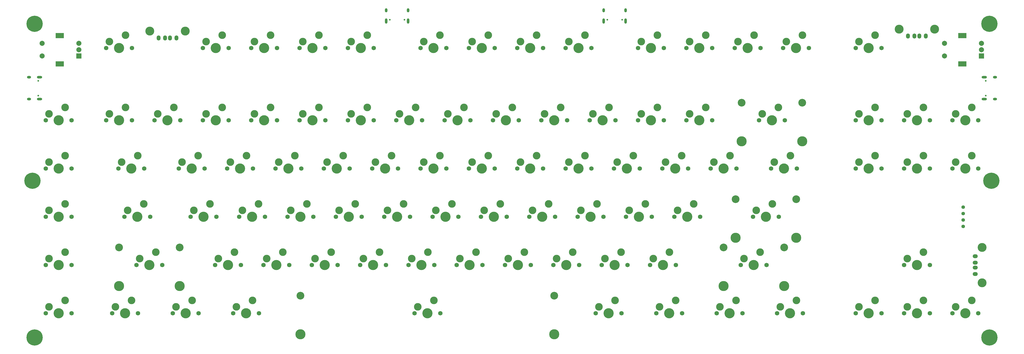
<source format=gts>
%TF.GenerationSoftware,KiCad,Pcbnew,(5.1.10)-1*%
%TF.CreationDate,2021-10-11T22:19:29-04:00*%
%TF.ProjectId,custom_keyboard,63757374-6f6d-45f6-9b65-79626f617264,rev?*%
%TF.SameCoordinates,Original*%
%TF.FileFunction,Soldermask,Top*%
%TF.FilePolarity,Negative*%
%FSLAX46Y46*%
G04 Gerber Fmt 4.6, Leading zero omitted, Abs format (unit mm)*
G04 Created by KiCad (PCBNEW (5.1.10)-1) date 2021-10-11 22:19:29*
%MOMM*%
%LPD*%
G01*
G04 APERTURE LIST*
%ADD10R,2.000000X2.000000*%
%ADD11C,2.000000*%
%ADD12R,3.200000X2.000000*%
%ADD13C,0.650000*%
%ADD14O,1.000000X2.100000*%
%ADD15O,1.000000X1.600000*%
%ADD16C,3.500000*%
%ADD17O,1.500000X2.000000*%
%ADD18O,2.000000X1.500000*%
%ADD19O,2.100000X1.000000*%
%ADD20O,1.600000X1.000000*%
%ADD21C,1.397000*%
%ADD22C,3.000000*%
%ADD23C,1.750000*%
%ADD24C,4.000000*%
%ADD25C,3.048000*%
%ADD26C,3.987800*%
%ADD27C,6.400000*%
G04 APERTURE END LIST*
D10*
%TO.C,ROT1*%
X156358900Y-192075400D03*
D11*
X156358900Y-189575400D03*
X156358900Y-187075400D03*
D12*
X148858900Y-195175400D03*
X148858900Y-183975400D03*
D11*
X141858900Y-192075400D03*
X141858900Y-187075400D03*
%TD*%
D10*
%TO.C,ROT2*%
X511936500Y-192075400D03*
D11*
X511936500Y-189575400D03*
X511936500Y-187075400D03*
D12*
X504436500Y-195175400D03*
X504436500Y-183975400D03*
D11*
X497436500Y-192075400D03*
X497436500Y-187075400D03*
%TD*%
D13*
%TO.C,USB1*%
X284653500Y-177689200D03*
X278873500Y-177689200D03*
D14*
X277443500Y-178219200D03*
X286083500Y-178219200D03*
D15*
X277443500Y-174039200D03*
X286083500Y-174039200D03*
%TD*%
D16*
%TO.C,USB6*%
X479538100Y-181428400D03*
D17*
X490038100Y-184138400D03*
X487538100Y-184138400D03*
X485538100Y-184138400D03*
D16*
X493538100Y-181428400D03*
D17*
X483038100Y-184138400D03*
%TD*%
D16*
%TO.C,USB3*%
X184281700Y-182222100D03*
D17*
X194781700Y-184932100D03*
X192281700Y-184932100D03*
X190281700Y-184932100D03*
D16*
X198281700Y-182222100D03*
D17*
X187781700Y-184932100D03*
%TD*%
D16*
%TO.C,USB4*%
X512265400Y-267620200D03*
D18*
X509555400Y-278120200D03*
X509555400Y-275620200D03*
X509555400Y-273620200D03*
D16*
X512265400Y-281620200D03*
D18*
X509555400Y-271120200D03*
%TD*%
D13*
%TO.C,USB7*%
X513623500Y-207664600D03*
X513623500Y-201884600D03*
D19*
X513093500Y-200454600D03*
X513093500Y-209094600D03*
D20*
X517273500Y-200454600D03*
X517273500Y-209094600D03*
%TD*%
D13*
%TO.C,USB2*%
X140385300Y-201884600D03*
X140385300Y-207664600D03*
D19*
X140915300Y-209094600D03*
X140915300Y-200454600D03*
D20*
X136735300Y-209094600D03*
X136735300Y-200454600D03*
%TD*%
D13*
%TO.C,USB5*%
X370373100Y-177689200D03*
X364593100Y-177689200D03*
D14*
X363163100Y-178219200D03*
X371803100Y-178219200D03*
D15*
X363163100Y-174039200D03*
X371803100Y-174039200D03*
%TD*%
D21*
%TO.C,OL1*%
X504793200Y-259381400D03*
X504793200Y-256841400D03*
X504793200Y-254301400D03*
X504793200Y-251761400D03*
%TD*%
D22*
%TO.C,MX1*%
X174772900Y-183820600D03*
X168422900Y-186360600D03*
D23*
X177312900Y-188900600D03*
X167152900Y-188900600D03*
D24*
X172232900Y-188900600D03*
%TD*%
D22*
%TO.C,MX2*%
X212870500Y-183820600D03*
X206520500Y-186360600D03*
D23*
X215410500Y-188900600D03*
X205250500Y-188900600D03*
D24*
X210330500Y-188900600D03*
%TD*%
D22*
%TO.C,MX3*%
X231919300Y-183820600D03*
X225569300Y-186360600D03*
D23*
X234459300Y-188900600D03*
X224299300Y-188900600D03*
D24*
X229379300Y-188900600D03*
%TD*%
D22*
%TO.C,MX4*%
X250968100Y-183820600D03*
X244618100Y-186360600D03*
D23*
X253508100Y-188900600D03*
X243348100Y-188900600D03*
D24*
X248428100Y-188900600D03*
%TD*%
D22*
%TO.C,MX5*%
X270016900Y-183820600D03*
X263666900Y-186360600D03*
D23*
X272556900Y-188900600D03*
X262396900Y-188900600D03*
D24*
X267476900Y-188900600D03*
%TD*%
D22*
%TO.C,MX6*%
X298590100Y-183820600D03*
X292240100Y-186360600D03*
D23*
X301130100Y-188900600D03*
X290970100Y-188900600D03*
D24*
X296050100Y-188900600D03*
%TD*%
D22*
%TO.C,MX7*%
X317638900Y-183820600D03*
X311288900Y-186360600D03*
D23*
X320178900Y-188900600D03*
X310018900Y-188900600D03*
D24*
X315098900Y-188900600D03*
%TD*%
D22*
%TO.C,MX8*%
X336687700Y-183820600D03*
X330337700Y-186360600D03*
D23*
X339227700Y-188900600D03*
X329067700Y-188900600D03*
D24*
X334147700Y-188900600D03*
%TD*%
D22*
%TO.C,MX9*%
X355736500Y-183820600D03*
X349386500Y-186360600D03*
D23*
X358276500Y-188900600D03*
X348116500Y-188900600D03*
D24*
X353196500Y-188900600D03*
%TD*%
D22*
%TO.C,MX10*%
X384309700Y-183820600D03*
X377959700Y-186360600D03*
D23*
X386849700Y-188900600D03*
X376689700Y-188900600D03*
D24*
X381769700Y-188900600D03*
%TD*%
D22*
%TO.C,MX11*%
X403358500Y-183820600D03*
X397008500Y-186360600D03*
D23*
X405898500Y-188900600D03*
X395738500Y-188900600D03*
D24*
X400818500Y-188900600D03*
%TD*%
D22*
%TO.C,MX12*%
X422407300Y-183820600D03*
X416057300Y-186360600D03*
D23*
X424947300Y-188900600D03*
X414787300Y-188900600D03*
D24*
X419867300Y-188900600D03*
%TD*%
D22*
%TO.C,MX13*%
X441456100Y-183820600D03*
X435106100Y-186360600D03*
D23*
X443996100Y-188900600D03*
X433836100Y-188900600D03*
D24*
X438916100Y-188900600D03*
%TD*%
D22*
%TO.C,MX14*%
X470029300Y-183820600D03*
X463679300Y-186360600D03*
D23*
X472569300Y-188900600D03*
X462409300Y-188900600D03*
D24*
X467489300Y-188900600D03*
%TD*%
D22*
%TO.C,MX15*%
X150961900Y-212393800D03*
X144611900Y-214933800D03*
D23*
X153501900Y-217473800D03*
X143341900Y-217473800D03*
D24*
X148421900Y-217473800D03*
%TD*%
D22*
%TO.C,MX16*%
X174772900Y-212393800D03*
X168422900Y-214933800D03*
D23*
X177312900Y-217473800D03*
X167152900Y-217473800D03*
D24*
X172232900Y-217473800D03*
%TD*%
D22*
%TO.C,MX17*%
X193821700Y-212393800D03*
X187471700Y-214933800D03*
D23*
X196361700Y-217473800D03*
X186201700Y-217473800D03*
D24*
X191281700Y-217473800D03*
%TD*%
D22*
%TO.C,MX18*%
X212870500Y-212393800D03*
X206520500Y-214933800D03*
D23*
X215410500Y-217473800D03*
X205250500Y-217473800D03*
D24*
X210330500Y-217473800D03*
%TD*%
D22*
%TO.C,MX19*%
X231919300Y-212393800D03*
X225569300Y-214933800D03*
D23*
X234459300Y-217473800D03*
X224299300Y-217473800D03*
D24*
X229379300Y-217473800D03*
%TD*%
D22*
%TO.C,MX20*%
X250968100Y-212393800D03*
X244618100Y-214933800D03*
D23*
X253508100Y-217473800D03*
X243348100Y-217473800D03*
D24*
X248428100Y-217473800D03*
%TD*%
D22*
%TO.C,MX21*%
X270016900Y-212393800D03*
X263666900Y-214933800D03*
D23*
X272556900Y-217473800D03*
X262396900Y-217473800D03*
D24*
X267476900Y-217473800D03*
%TD*%
D22*
%TO.C,MX22*%
X289065700Y-212393800D03*
X282715700Y-214933800D03*
D23*
X291605700Y-217473800D03*
X281445700Y-217473800D03*
D24*
X286525700Y-217473800D03*
%TD*%
D22*
%TO.C,MX23*%
X308114500Y-212393800D03*
X301764500Y-214933800D03*
D23*
X310654500Y-217473800D03*
X300494500Y-217473800D03*
D24*
X305574500Y-217473800D03*
%TD*%
D22*
%TO.C,MX24*%
X327163300Y-212393800D03*
X320813300Y-214933800D03*
D23*
X329703300Y-217473800D03*
X319543300Y-217473800D03*
D24*
X324623300Y-217473800D03*
%TD*%
D22*
%TO.C,MX25*%
X346212100Y-212393800D03*
X339862100Y-214933800D03*
D23*
X348752100Y-217473800D03*
X338592100Y-217473800D03*
D24*
X343672100Y-217473800D03*
%TD*%
D22*
%TO.C,MX26*%
X365260900Y-212393800D03*
X358910900Y-214933800D03*
D23*
X367800900Y-217473800D03*
X357640900Y-217473800D03*
D24*
X362720900Y-217473800D03*
%TD*%
D22*
%TO.C,MX27*%
X384309700Y-212393800D03*
X377959700Y-214933800D03*
D23*
X386849700Y-217473800D03*
X376689700Y-217473800D03*
D24*
X381769700Y-217473800D03*
%TD*%
D22*
%TO.C,MX28*%
X403358500Y-212393800D03*
X397008500Y-214933800D03*
D23*
X405898500Y-217473800D03*
X395738500Y-217473800D03*
D24*
X400818500Y-217473800D03*
%TD*%
D25*
%TO.C,MX29*%
X441329700Y-210488800D03*
D26*
X441329700Y-225728800D03*
X417453700Y-225728800D03*
D25*
X417453700Y-210488800D03*
D22*
X431931700Y-212393800D03*
X425581700Y-214933800D03*
D23*
X434471700Y-217473800D03*
X424311700Y-217473800D03*
D24*
X429391700Y-217473800D03*
%TD*%
D22*
%TO.C,MX30*%
X470029300Y-212393800D03*
X463679300Y-214933800D03*
D23*
X472569300Y-217473800D03*
X462409300Y-217473800D03*
D24*
X467489300Y-217473800D03*
%TD*%
D22*
%TO.C,MX31*%
X489078100Y-212393800D03*
X482728100Y-214933800D03*
D23*
X491618100Y-217473800D03*
X481458100Y-217473800D03*
D24*
X486538100Y-217473800D03*
%TD*%
D22*
%TO.C,MX32*%
X508126900Y-212393800D03*
X501776900Y-214933800D03*
D23*
X510666900Y-217473800D03*
X500506900Y-217473800D03*
D24*
X505586900Y-217473800D03*
%TD*%
D22*
%TO.C,MX33*%
X150961900Y-231442600D03*
X144611900Y-233982600D03*
D23*
X153501900Y-236522600D03*
X143341900Y-236522600D03*
D24*
X148421900Y-236522600D03*
%TD*%
D22*
%TO.C,MX34*%
X179535100Y-231442600D03*
X173185100Y-233982600D03*
D23*
X182075100Y-236522600D03*
X171915100Y-236522600D03*
D24*
X176995100Y-236522600D03*
%TD*%
D22*
%TO.C,MX35*%
X203346100Y-231442600D03*
X196996100Y-233982600D03*
D23*
X205886100Y-236522600D03*
X195726100Y-236522600D03*
D24*
X200806100Y-236522600D03*
%TD*%
D22*
%TO.C,MX36*%
X222394900Y-231442600D03*
X216044900Y-233982600D03*
D23*
X224934900Y-236522600D03*
X214774900Y-236522600D03*
D24*
X219854900Y-236522600D03*
%TD*%
D22*
%TO.C,MX37*%
X241443700Y-231442600D03*
X235093700Y-233982600D03*
D23*
X243983700Y-236522600D03*
X233823700Y-236522600D03*
D24*
X238903700Y-236522600D03*
%TD*%
D22*
%TO.C,MX38*%
X260492500Y-231442600D03*
X254142500Y-233982600D03*
D23*
X263032500Y-236522600D03*
X252872500Y-236522600D03*
D24*
X257952500Y-236522600D03*
%TD*%
D22*
%TO.C,MX39*%
X279541300Y-231442600D03*
X273191300Y-233982600D03*
D23*
X282081300Y-236522600D03*
X271921300Y-236522600D03*
D24*
X277001300Y-236522600D03*
%TD*%
D22*
%TO.C,MX40*%
X298590100Y-231442600D03*
X292240100Y-233982600D03*
D23*
X301130100Y-236522600D03*
X290970100Y-236522600D03*
D24*
X296050100Y-236522600D03*
%TD*%
D22*
%TO.C,MX41*%
X317638900Y-231442600D03*
X311288900Y-233982600D03*
D23*
X320178900Y-236522600D03*
X310018900Y-236522600D03*
D24*
X315098900Y-236522600D03*
%TD*%
D22*
%TO.C,MX42*%
X336687700Y-231442600D03*
X330337700Y-233982600D03*
D23*
X339227700Y-236522600D03*
X329067700Y-236522600D03*
D24*
X334147700Y-236522600D03*
%TD*%
D22*
%TO.C,MX43*%
X355736500Y-231442600D03*
X349386500Y-233982600D03*
D23*
X358276500Y-236522600D03*
X348116500Y-236522600D03*
D24*
X353196500Y-236522600D03*
%TD*%
D22*
%TO.C,MX45*%
X393834100Y-231442600D03*
X387484100Y-233982600D03*
D23*
X396374100Y-236522600D03*
X386214100Y-236522600D03*
D24*
X391294100Y-236522600D03*
%TD*%
D22*
%TO.C,MX46*%
X412882900Y-231442600D03*
X406532900Y-233982600D03*
D23*
X415422900Y-236522600D03*
X405262900Y-236522600D03*
D24*
X410342900Y-236522600D03*
%TD*%
D22*
%TO.C,MX48*%
X470029300Y-231442600D03*
X463679300Y-233982600D03*
D23*
X472569300Y-236522600D03*
X462409300Y-236522600D03*
D24*
X467489300Y-236522600D03*
%TD*%
D22*
%TO.C,MX49*%
X489078100Y-231442600D03*
X482728100Y-233982600D03*
D23*
X491618100Y-236522600D03*
X481458100Y-236522600D03*
D24*
X486538100Y-236522600D03*
%TD*%
D22*
%TO.C,MX51*%
X150961900Y-250491400D03*
X144611900Y-253031400D03*
D23*
X153501900Y-255571400D03*
X143341900Y-255571400D03*
D24*
X148421900Y-255571400D03*
%TD*%
D22*
%TO.C,MX52*%
X181916200Y-250491400D03*
X175566200Y-253031400D03*
D23*
X184456200Y-255571400D03*
X174296200Y-255571400D03*
D24*
X179376200Y-255571400D03*
%TD*%
D22*
%TO.C,MX53*%
X208050000Y-250491400D03*
X201700000Y-253031400D03*
D23*
X210590000Y-255571400D03*
X200430000Y-255571400D03*
D24*
X205510000Y-255571400D03*
%TD*%
D22*
%TO.C,MX54*%
X227157100Y-250491400D03*
X220807100Y-253031400D03*
D23*
X229697100Y-255571400D03*
X219537100Y-255571400D03*
D24*
X224617100Y-255571400D03*
%TD*%
D22*
%TO.C,MX55*%
X246205900Y-250491400D03*
X239855900Y-253031400D03*
D23*
X248745900Y-255571400D03*
X238585900Y-255571400D03*
D24*
X243665900Y-255571400D03*
%TD*%
D22*
%TO.C,MX56*%
X265254700Y-250491400D03*
X258904700Y-253031400D03*
D23*
X267794700Y-255571400D03*
X257634700Y-255571400D03*
D24*
X262714700Y-255571400D03*
%TD*%
D22*
%TO.C,MX57*%
X284303500Y-250491400D03*
X277953500Y-253031400D03*
D23*
X286843500Y-255571400D03*
X276683500Y-255571400D03*
D24*
X281763500Y-255571400D03*
%TD*%
D22*
%TO.C,MX59*%
X322401100Y-250491400D03*
X316051100Y-253031400D03*
D23*
X324941100Y-255571400D03*
X314781100Y-255571400D03*
D24*
X319861100Y-255571400D03*
%TD*%
D22*
%TO.C,MX60*%
X341449900Y-250491400D03*
X335099900Y-253031400D03*
D23*
X343989900Y-255571400D03*
X333829900Y-255571400D03*
D24*
X338909900Y-255571400D03*
%TD*%
D22*
%TO.C,MX61*%
X360498700Y-250491400D03*
X354148700Y-253031400D03*
D23*
X363038700Y-255571400D03*
X352878700Y-255571400D03*
D24*
X357958700Y-255571400D03*
%TD*%
D22*
%TO.C,MX63*%
X398596300Y-250491400D03*
X392246300Y-253031400D03*
D23*
X401136300Y-255571400D03*
X390976300Y-255571400D03*
D24*
X396056300Y-255571400D03*
%TD*%
D22*
%TO.C,MX65*%
X150961900Y-269540200D03*
X144611900Y-272080200D03*
D23*
X153501900Y-274620200D03*
X143341900Y-274620200D03*
D24*
X148421900Y-274620200D03*
%TD*%
D25*
%TO.C,MX66*%
X196076400Y-267635200D03*
X172200400Y-267635200D03*
D26*
X196076400Y-282875200D03*
X172200400Y-282875200D03*
D22*
X186678400Y-269540200D03*
X180328400Y-272080200D03*
D23*
X189218400Y-274620200D03*
X179058400Y-274620200D03*
D24*
X184138400Y-274620200D03*
%TD*%
D22*
%TO.C,MX67*%
X217632700Y-269540200D03*
X211282700Y-272080200D03*
D23*
X220172700Y-274620200D03*
X210012700Y-274620200D03*
D24*
X215092700Y-274620200D03*
%TD*%
D22*
%TO.C,MX68*%
X236681500Y-269540200D03*
X230331500Y-272080200D03*
D23*
X239221500Y-274620200D03*
X229061500Y-274620200D03*
D24*
X234141500Y-274620200D03*
%TD*%
D22*
%TO.C,MX69*%
X255730300Y-269540200D03*
X249380300Y-272080200D03*
D23*
X258270300Y-274620200D03*
X248110300Y-274620200D03*
D24*
X253190300Y-274620200D03*
%TD*%
D22*
%TO.C,MX70*%
X274779100Y-269540200D03*
X268429100Y-272080200D03*
D23*
X277319100Y-274620200D03*
X267159100Y-274620200D03*
D24*
X272239100Y-274620200D03*
%TD*%
D22*
%TO.C,MX71*%
X293827900Y-269540200D03*
X287477900Y-272080200D03*
D23*
X296367900Y-274620200D03*
X286207900Y-274620200D03*
D24*
X291287900Y-274620200D03*
%TD*%
D22*
%TO.C,MX72*%
X312876700Y-269540200D03*
X306526700Y-272080200D03*
D23*
X315416700Y-274620200D03*
X305256700Y-274620200D03*
D24*
X310336700Y-274620200D03*
%TD*%
D22*
%TO.C,MX73*%
X331925500Y-269540200D03*
X325575500Y-272080200D03*
D23*
X334465500Y-274620200D03*
X324305500Y-274620200D03*
D24*
X329385500Y-274620200D03*
%TD*%
D22*
%TO.C,MX74*%
X350974300Y-269540200D03*
X344624300Y-272080200D03*
D23*
X353514300Y-274620200D03*
X343354300Y-274620200D03*
D24*
X348434300Y-274620200D03*
%TD*%
D22*
%TO.C,MX75*%
X370023100Y-269540200D03*
X363673100Y-272080200D03*
D23*
X372563100Y-274620200D03*
X362403100Y-274620200D03*
D24*
X367483100Y-274620200D03*
%TD*%
D22*
%TO.C,MX76*%
X389071900Y-269540200D03*
X382721900Y-272080200D03*
D23*
X391611900Y-274620200D03*
X381451900Y-274620200D03*
D24*
X386531900Y-274620200D03*
%TD*%
%TO.C,MX77*%
X422248400Y-274620200D03*
D23*
X417168400Y-274620200D03*
X427328400Y-274620200D03*
D22*
X418438400Y-272080200D03*
X424788400Y-269540200D03*
D26*
X410342150Y-282875200D03*
X434218150Y-282875200D03*
D25*
X410342150Y-267635200D03*
X434218150Y-267635200D03*
%TD*%
D22*
%TO.C,MX78*%
X489078100Y-269540200D03*
X482728100Y-272080200D03*
D23*
X491618100Y-274620200D03*
X481458100Y-274620200D03*
D24*
X486538100Y-274620200D03*
%TD*%
D22*
%TO.C,MX79*%
X150961900Y-288589000D03*
X144611900Y-291129000D03*
D23*
X153501900Y-293669000D03*
X143341900Y-293669000D03*
D24*
X148421900Y-293669000D03*
%TD*%
D22*
%TO.C,MX80*%
X177154000Y-288589000D03*
X170804000Y-291129000D03*
D23*
X179694000Y-293669000D03*
X169534000Y-293669000D03*
D24*
X174614000Y-293669000D03*
%TD*%
D22*
%TO.C,MX81*%
X200965000Y-288589000D03*
X194615000Y-291129000D03*
D23*
X203505000Y-293669000D03*
X193345000Y-293669000D03*
D24*
X198425000Y-293669000D03*
%TD*%
D22*
%TO.C,MX82*%
X224776000Y-288589000D03*
X218426000Y-291129000D03*
D23*
X227316000Y-293669000D03*
X217156000Y-293669000D03*
D24*
X222236000Y-293669000D03*
%TD*%
D22*
%TO.C,MX85*%
X391453000Y-288589000D03*
X385103000Y-291129000D03*
D23*
X393993000Y-293669000D03*
X383833000Y-293669000D03*
D24*
X388913000Y-293669000D03*
%TD*%
D22*
%TO.C,MX86*%
X415264000Y-288589000D03*
X408914000Y-291129000D03*
D23*
X417804000Y-293669000D03*
X407644000Y-293669000D03*
D24*
X412724000Y-293669000D03*
%TD*%
D22*
%TO.C,MX89*%
X489078100Y-288589000D03*
X482728100Y-291129000D03*
D23*
X491618100Y-293669000D03*
X481458100Y-293669000D03*
D24*
X486538100Y-293669000D03*
%TD*%
D22*
%TO.C,MX84*%
X367642000Y-288589000D03*
X361292000Y-291129000D03*
D23*
X370182000Y-293669000D03*
X360022000Y-293669000D03*
D24*
X365102000Y-293669000D03*
%TD*%
D25*
%TO.C,MX64*%
X438948600Y-248586400D03*
X415072600Y-248586400D03*
D26*
X438948600Y-263826400D03*
X415072600Y-263826400D03*
D22*
X429550600Y-250491400D03*
X423200600Y-253031400D03*
D23*
X432090600Y-255571400D03*
X421930600Y-255571400D03*
D24*
X427010600Y-255571400D03*
%TD*%
D22*
%TO.C,MX47*%
X436693900Y-231442600D03*
X430343900Y-233982600D03*
D23*
X439233900Y-236522600D03*
X429073900Y-236522600D03*
D24*
X434153900Y-236522600D03*
%TD*%
D22*
%TO.C,MX44*%
X374785300Y-231442600D03*
X368435300Y-233982600D03*
D23*
X377325300Y-236522600D03*
X367165300Y-236522600D03*
D24*
X372245300Y-236522600D03*
%TD*%
D27*
%TO.C,H1*%
X138897500Y-179376200D03*
%TD*%
%TO.C,H2*%
X138103800Y-241284800D03*
%TD*%
%TO.C,H3*%
X138897500Y-303193400D03*
%TD*%
%TO.C,H4*%
X515111300Y-179376200D03*
%TD*%
%TO.C,H5*%
X515905000Y-241284800D03*
%TD*%
%TO.C,H6*%
X515111300Y-303193400D03*
%TD*%
D25*
%TO.C,MX83*%
X343662550Y-286709400D03*
D26*
X343662550Y-301949400D03*
D25*
X243662750Y-286709400D03*
D26*
X243662750Y-301949400D03*
D22*
X296209000Y-288589000D03*
X289859000Y-291129000D03*
D23*
X298749000Y-293669000D03*
X288589000Y-293669000D03*
D24*
X293669000Y-293669000D03*
%TD*%
D22*
%TO.C,MX88*%
X470029300Y-288589000D03*
X463679300Y-291129000D03*
D23*
X472569300Y-293669000D03*
X462409300Y-293669000D03*
D24*
X467489300Y-293669000D03*
%TD*%
D22*
%TO.C,MX87*%
X439075000Y-288589000D03*
X432725000Y-291129000D03*
D23*
X441615000Y-293669000D03*
X431455000Y-293669000D03*
D24*
X436535000Y-293669000D03*
%TD*%
D22*
%TO.C,MX50*%
X508126900Y-231442600D03*
X501776900Y-233982600D03*
D23*
X510666900Y-236522600D03*
X500506900Y-236522600D03*
D24*
X505586900Y-236522600D03*
%TD*%
D22*
%TO.C,MX90*%
X508126900Y-288589000D03*
X501776900Y-291129000D03*
D23*
X510666900Y-293669000D03*
X500506900Y-293669000D03*
D24*
X505586900Y-293669000D03*
%TD*%
D22*
%TO.C,MX58*%
X303352300Y-250491400D03*
X297002300Y-253031400D03*
D23*
X305892300Y-255571400D03*
X295732300Y-255571400D03*
D24*
X300812300Y-255571400D03*
%TD*%
D22*
%TO.C,MX62*%
X379547500Y-250491400D03*
X373197500Y-253031400D03*
D23*
X382087500Y-255571400D03*
X371927500Y-255571400D03*
D24*
X377007500Y-255571400D03*
%TD*%
M02*

</source>
